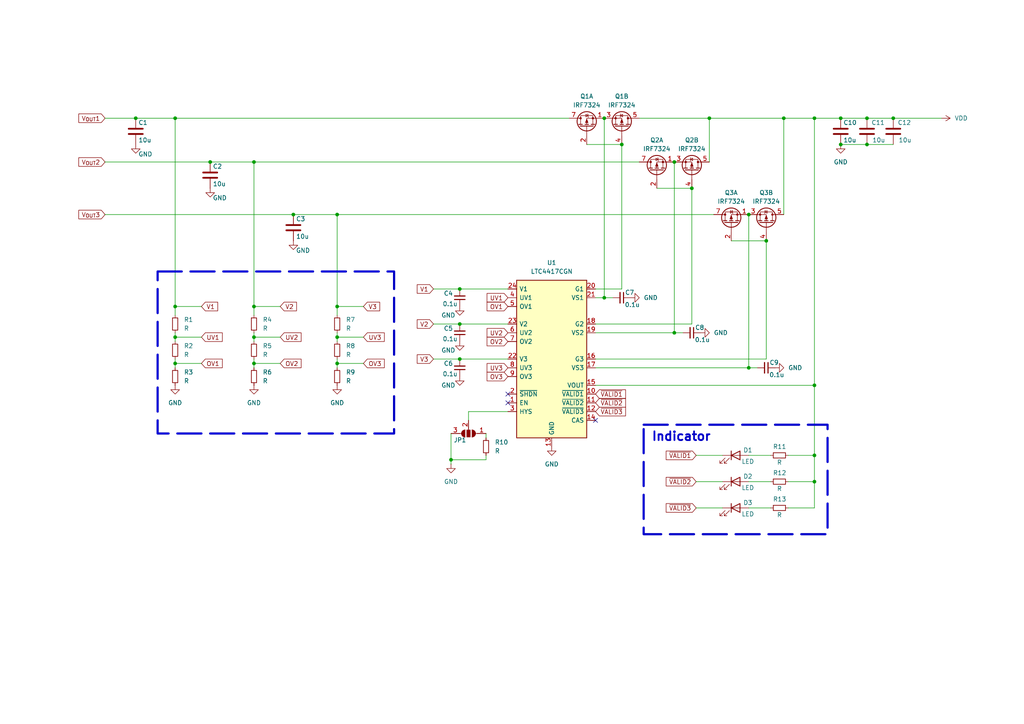
<source format=kicad_sch>
(kicad_sch (version 20231120) (generator "eeschema") (generator_version "8.0")
  (paper "A4")
  (lib_symbols
    (symbol "Device:C" (pin_numbers hide) (pin_names (offset 0.254))
      (property "Reference" "C" (at 0.635 2.54 0))
      (property "Value" "C" (at 0.635 -2.54 0))
      (symbol "C_0_1"
        (polyline (pts (xy -2.032 -0.762) (xy 2.032 -0.762)) (stroke (width 0.508)))
        (polyline (pts (xy -2.032 0.762) (xy 2.032 0.762)) (stroke (width 0.508)))
      )
      (symbol "C_1_1"
        (pin passive line (at 0 3.81 270) (length 2.794) (name "~") (number "1"))
        (pin passive line (at 0 -3.81 90) (length 2.794) (name "~") (number "2"))
      )
    )
    (symbol "Device:C_Small" (pin_numbers hide) (pin_names (offset 0.254) hide)
      (property "Reference" "C" (at 0.254 1.778 0))
      (property "Value" "C_Small" (at 0.254 -2.032 0))
      (symbol "C_Small_0_1"
        (polyline (pts (xy -1.524 -0.508) (xy 1.524 -0.508)) (stroke (width 0.3302)))
        (polyline (pts (xy -1.524 0.508) (xy 1.524 0.508)) (stroke (width 0.3048)))
      )
      (symbol "C_Small_1_1"
        (pin passive line (at 0 2.54 270) (length 2.032) (name "~") (number "1"))
        (pin passive line (at 0 -2.54 90) (length 2.032) (name "~") (number "2"))
      )
    )
    (symbol "Device:LED" (pin_numbers hide) (pin_names (offset 1.016) hide)
      (property "Reference" "D" (at 0 2.54 0))
      (property "Value" "LED" (at 0 -2.54 0))
      (symbol "LED_0_1"
        (polyline (pts (xy -1.27 -1.27) (xy -1.27 1.27)) (stroke (width 0.254)))
        (polyline (pts (xy -1.27 0) (xy 1.27 0)))
        (polyline (pts (xy 1.27 -1.27) (xy 1.27 1.27) (xy -1.27 0) (xy 1.27 -1.27)) (stroke (width 0.254)))
        (polyline (pts (xy -3.048 -0.762) (xy -4.572 -2.286) (xy -3.81 -2.286) (xy -4.572 -2.286) (xy -4.572 -1.524)))
        (polyline (pts (xy -1.778 -0.762) (xy -3.302 -2.286) (xy -2.54 -2.286) (xy -3.302 -2.286) (xy -3.302 -1.524)))
      )
      (symbol "LED_1_1"
        (pin passive line (at -3.81 0 0) (length 2.54) (name "K") (number "1"))
        (pin passive line (at 3.81 0 180) (length 2.54) (name "A") (number "2"))
      )
    )
    (symbol "Device:R_Small" (pin_numbers hide) (pin_names (offset 0.254) hide)
      (property "Reference" "R" (at 0.762 0.508 0))
      (property "Value" "R_Small" (at 0.762 -1.016 0))
      (symbol "R_Small_0_1"
        (rectangle (start -0.762 1.778) (end 0.762 -1.778) (stroke (width 0.2032)))
      )
      (symbol "R_Small_1_1"
        (pin passive line (at 0 2.54 270) (length 0.762) (name "~") (number "1"))
        (pin passive line (at 0 -2.54 90) (length 0.762) (name "~") (number "2"))
      )
    )
    (symbol "Jumper:SolderJumper_3_Open" (pin_names (offset 0) hide)
      (property "Reference" "JP" (at -2.54 -2.54 0))
      (property "Value" "SolderJumper_3_Open" (at 0 2.794 0))
      (symbol "SolderJumper_3_Open_0_1"
        (arc (start -1.016 1.016) (mid -2.0276 0) (end -1.016 -1.016))
        (arc (start -1.016 1.016) (mid -2.0276 0) (end -1.016 -1.016) (fill (type outline)))
        (rectangle (start -0.508 1.016) (end 0.508 -1.016) (fill (type outline)))
        (polyline (pts (xy -2.54 0) (xy -2.032 0)))
        (polyline (pts (xy -1.016 1.016) (xy -1.016 -1.016)))
        (polyline (pts (xy 0 -1.27) (xy 0 -1.016)))
        (polyline (pts (xy 1.016 1.016) (xy 1.016 -1.016)))
        (polyline (pts (xy 2.54 0) (xy 2.032 0)))
        (arc (start 1.016 -1.016) (mid 2.0276 0) (end 1.016 1.016))
        (arc (start 1.016 -1.016) (mid 2.0276 0) (end 1.016 1.016) (fill (type outline)))
      )
      (symbol "SolderJumper_3_Open_1_1"
        (pin passive line (at -5.08 0 0) (length 2.54) (name "A") (number "1"))
        (pin passive line (at 0 -3.81 90) (length 2.54) (name "C") (number "2"))
        (pin passive line (at 5.08 0 180) (length 2.54) (name "B") (number "3"))
      )
    )
    (symbol "Power_Management:LTC4417CGN" (pin_names (offset 0.762))
      (property "Reference" "U" (at 0 26.035 0))
      (property "Value" "LTC4417CGN" (at 0 24.13 0))
      (symbol "LTC4417CGN_0_1"
        (rectangle (start -10.16 22.86) (end 10.16 -22.86) (stroke (width 0.254)) (fill (type background)))
      )
      (symbol "LTC4417CGN_1_1"
        (pin input line (at -12.7 -12.7 0) (length 2.54) (name "EN") (number "1"))
        (pin open_collector line (at 12.7 -10.16 180) (length 2.54) (name "~{VALID1}") (number "10"))
        (pin open_collector line (at 12.7 -12.7 180) (length 2.54) (name "~{VALID2}") (number "11"))
        (pin open_collector line (at 12.7 -15.24 180) (length 2.54) (name "~{VALID3}") (number "12"))
        (pin power_in line (at 0 -25.4 90) (length 2.54) (name "GND") (number "13"))
        (pin output line (at 12.7 -17.78 180) (length 2.54) (name "CAS") (number "14"))
        (pin output line (at 12.7 -7.62 180) (length 2.54) (name "VOUT") (number "15"))
        (pin output line (at 12.7 0 180) (length 2.54) (name "G3") (number "16"))
        (pin output line (at 12.7 -2.54 180) (length 2.54) (name "VS3") (number "17"))
        (pin output line (at 12.7 10.16 180) (length 2.54) (name "G2") (number "18"))
        (pin output line (at 12.7 7.62 180) (length 2.54) (name "VS2") (number "19"))
        (pin input line (at -12.7 -10.16 0) (length 2.54) (name "~{SHDN}") (number "2"))
        (pin output line (at 12.7 20.32 180) (length 2.54) (name "G1") (number "20"))
        (pin output line (at 12.7 17.78 180) (length 2.54) (name "VS1") (number "21"))
        (pin input line (at -12.7 0 0) (length 2.54) (name "V3") (number "22"))
        (pin input line (at -12.7 10.16 0) (length 2.54) (name "V2") (number "23"))
        (pin input line (at -12.7 20.32 0) (length 2.54) (name "V1") (number "24"))
        (pin input line (at -12.7 -15.24 0) (length 2.54) (name "HYS") (number "3"))
        (pin input line (at -12.7 17.78 0) (length 2.54) (name "UV1") (number "4"))
        (pin input line (at -12.7 15.24 0) (length 2.54) (name "OV1") (number "5"))
        (pin input line (at -12.7 7.62 0) (length 2.54) (name "UV2") (number "6"))
        (pin input line (at -12.7 5.08 0) (length 2.54) (name "OV2") (number "7"))
        (pin input line (at -12.7 -2.54 0) (length 2.54) (name "UV3") (number "8"))
        (pin input line (at -12.7 -5.08 0) (length 2.54) (name "OV3") (number "9"))
      )
    )
    (symbol "Transistor_FET:IRF7324" (pin_names hide)
      (property "Reference" "Q" (at 5.08 1.905 0))
      (property "Value" "IRF7324" (at 5.08 0 0))
      (symbol "IRF7324_0_1"
        (polyline (pts (xy 0.254 0) (xy -2.54 0)))
        (polyline (pts (xy 0.254 1.905) (xy 0.254 -1.905)) (stroke (width 0.254)))
        (polyline (pts (xy 0.762 -1.27) (xy 0.762 -2.286)) (stroke (width 0.254)))
        (polyline (pts (xy 0.762 0.508) (xy 0.762 -0.508)) (stroke (width 0.254)))
        (polyline (pts (xy 0.762 2.286) (xy 0.762 1.27)) (stroke (width 0.254)))
        (polyline (pts (xy 2.54 2.54) (xy 2.54 1.778)))
        (polyline (pts (xy 2.54 -2.54) (xy 2.54 0) (xy 0.762 0)))
        (polyline (pts (xy 0.762 1.778) (xy 3.302 1.778) (xy 3.302 -1.778) (xy 0.762 -1.778)))
        (polyline (pts (xy 2.286 0) (xy 1.27 0.381) (xy 1.27 -0.381) (xy 2.286 0)) (fill (type outline)))
        (polyline (pts (xy 2.794 -0.508) (xy 2.921 -0.381) (xy 3.683 -0.381) (xy 3.81 -0.254)))
        (polyline (pts (xy 3.302 -0.381) (xy 2.921 0.254) (xy 3.683 0.254) (xy 3.302 -0.381)))
        (circle (center 1.651 0) (radius 2.794) (stroke (width 0.254)))
        (circle (center 2.54 -1.778) (radius 0.254) (fill (type outline)))
        (circle (center 2.54 1.778) (radius 0.254) (fill (type outline)))
      )
      (symbol "IRF7324_1_1"
        (pin passive line (at 2.54 -5.08 90) (length 2.54) (name "S1") (number "1"))
        (pin input line (at -5.08 0 0) (length 2.54) (name "G1") (number "2"))
        (pin passive line (at 2.54 5.08 270) (length 2.54) (name "D1") (number "7"))
        (pin passive line (at 2.54 5.08 270) (length 2.54) hide (name "D1") (number "8"))
      )
      (symbol "IRF7324_2_1"
        (pin passive line (at 2.54 -5.08 90) (length 2.54) (name "S2") (number "3"))
        (pin input line (at -5.08 0 0) (length 2.54) (name "G2") (number "4"))
        (pin passive line (at 2.54 5.08 270) (length 2.54) (name "D2") (number "5"))
        (pin passive line (at 2.54 5.08 270) (length 2.54) hide (name "D2") (number "6"))
      )
    )
    (symbol "power:GND" (power) (pin_numbers hide) (pin_names (offset 0) hide)
      (property "Value" "GND" (at 0 -3.81 0))
      (symbol "GND_0_1"
        (polyline (pts (xy 0 0) (xy 0 -1.27) (xy 1.27 -1.27) (xy 0 -2.54) (xy -1.27 -1.27) (xy 0 -1.27)))
      )
      (symbol "GND_1_1"
        (pin power_in line (at 0 0 270) (length 0) (name "~") (number "1"))
      )
    )
    (symbol "power:VDD" (power) (pin_numbers hide) (pin_names (offset 0) hide)
      (property "Value" "VDD" (at 0 3.556 0))
      (symbol "VDD_0_1"
        (polyline (pts (xy -0.762 1.27) (xy 0 2.54)))
        (polyline (pts (xy 0 0) (xy 0 2.54)))
        (polyline (pts (xy 0 2.54) (xy 0.762 1.27)))
      )
      (symbol "VDD_1_1"
        (pin power_in line (at 0 0 90) (length 0) (name "~") (number "1"))
      )
    )
  )
  (junction (at 243.84 41.91))
  (junction (at 251.46 41.91))
  (junction (at 180.34 41.91))
  (junction (at 236.22 139.7))
  (junction (at 39.37 34.29))
  (junction (at 50.8 88.9))
  (junction (at 130.81 133.35))
  (junction (at 175.26 86.36))
  (junction (at 236.22 34.29))
  (junction (at 251.46 34.29))
  (junction (at 97.79 62.23))
  (junction (at 243.84 34.29))
  (junction (at 222.25 69.85))
  (junction (at 60.96 46.99))
  (junction (at 227.33 34.29))
  (junction (at 50.8 97.79))
  (junction (at 97.79 97.79))
  (junction (at 85.09 62.23))
  (junction (at 50.8 105.41))
  (junction (at 73.66 46.99))
  (junction (at 205.74 34.29))
  (junction (at 195.58 96.52))
  (junction (at 133.35 83.82))
  (junction (at 236.22 132.08))
  (junction (at 195.58 46.99))
  (junction (at 133.35 93.98))
  (junction (at 133.35 104.14))
  (junction (at 200.66 54.61))
  (junction (at 73.66 97.79))
  (junction (at 236.22 111.76))
  (junction (at 217.17 62.23))
  (junction (at 73.66 88.9))
  (junction (at 259.08 34.29))
  (junction (at 175.26 34.29))
  (junction (at 73.66 105.41))
  (junction (at 97.79 105.41))
  (junction (at 50.8 34.29))
  (junction (at 97.79 88.9))
  (junction (at 217.17 106.68))
  (no_connect (at 147.32 114.3))
  (no_connect (at 147.32 116.84))
  (no_connect (at 172.72 121.92))
  (wire (pts (xy 50.8 97.79) (xy 50.8 99.06)))
  (wire (pts (xy 133.35 104.14) (xy 147.32 104.14)))
  (wire (pts (xy 172.72 106.68) (xy 217.17 106.68)))
  (wire (pts (xy 185.42 34.29) (xy 205.74 34.29)))
  (wire (pts (xy 58.42 105.41) (xy 50.8 105.41)))
  (wire (pts (xy 172.72 104.14) (xy 222.25 104.14)))
  (wire (pts (xy 97.79 62.23) (xy 207.01 62.23)))
  (wire (pts (xy 227.33 34.29) (xy 236.22 34.29)))
  (wire (pts (xy 97.79 96.52) (xy 97.79 97.79)))
  (wire (pts (xy 200.66 54.61) (xy 200.66 93.98)))
  (wire (pts (xy 50.8 34.29) (xy 50.8 88.9)))
  (wire (pts (xy 217.17 132.08) (xy 223.52 132.08)))
  (wire (pts (xy 50.8 88.9) (xy 50.8 91.44)))
  (wire (pts (xy 97.79 62.23) (xy 97.79 88.9)))
  (wire (pts (xy 125.73 83.82) (xy 133.35 83.82)))
  (wire (pts (xy 217.17 106.68) (xy 217.17 62.23)))
  (wire (pts (xy 73.66 105.41) (xy 73.66 106.68)))
  (wire (pts (xy 172.72 83.82) (xy 180.34 83.82)))
  (wire (pts (xy 198.12 96.52) (xy 195.58 96.52)))
  (wire (pts (xy 170.18 41.91) (xy 180.34 41.91)))
  (wire (pts (xy 222.25 104.14) (xy 222.25 69.85)))
  (wire (pts (xy 81.28 97.79) (xy 73.66 97.79)))
  (wire (pts (xy 30.48 62.23) (xy 85.09 62.23)))
  (wire (pts (xy 105.41 105.41) (xy 97.79 105.41)))
  (wire (pts (xy 73.66 46.99) (xy 185.42 46.99)))
  (wire (pts (xy 135.89 119.38) (xy 135.89 121.92)))
  (wire (pts (xy 172.72 96.52) (xy 195.58 96.52)))
  (wire (pts (xy 205.74 34.29) (xy 227.33 34.29)))
  (wire (pts (xy 177.8 86.36) (xy 175.26 86.36)))
  (wire (pts (xy 227.33 62.23) (xy 227.33 34.29)))
  (wire (pts (xy 50.8 34.29) (xy 165.1 34.29)))
  (wire (pts (xy 195.58 46.99) (xy 195.58 96.52)))
  (wire (pts (xy 217.17 139.7) (xy 223.52 139.7)))
  (wire (pts (xy 85.09 62.23) (xy 97.79 62.23)))
  (wire (pts (xy 39.37 34.29) (xy 50.8 34.29)))
  (wire (pts (xy 201.93 139.7) (xy 209.55 139.7)))
  (wire (pts (xy 125.73 93.98) (xy 133.35 93.98)))
  (wire (pts (xy 130.81 133.35) (xy 140.97 133.35)))
  (wire (pts (xy 140.97 133.35) (xy 140.97 132.08)))
  (wire (pts (xy 201.93 147.32) (xy 209.55 147.32)))
  (wire (pts (xy 201.93 132.08) (xy 209.55 132.08)))
  (wire (pts (xy 73.66 46.99) (xy 73.66 88.9)))
  (wire (pts (xy 105.41 97.79) (xy 97.79 97.79)))
  (wire (pts (xy 219.71 106.68) (xy 217.17 106.68)))
  (wire (pts (xy 190.5 54.61) (xy 200.66 54.61)))
  (wire (pts (xy 97.79 97.79) (xy 97.79 99.06)))
  (wire (pts (xy 97.79 104.14) (xy 97.79 105.41)))
  (wire (pts (xy 236.22 132.08) (xy 236.22 139.7)))
  (wire (pts (xy 133.35 93.98) (xy 147.32 93.98)))
  (wire (pts (xy 50.8 104.14) (xy 50.8 105.41)))
  (wire (pts (xy 50.8 105.41) (xy 50.8 106.68)))
  (wire (pts (xy 259.08 34.29) (xy 273.05 34.29)))
  (wire (pts (xy 172.72 93.98) (xy 200.66 93.98)))
  (wire (pts (xy 58.42 97.79) (xy 50.8 97.79)))
  (wire (pts (xy 130.81 133.35) (xy 130.81 134.62)))
  (wire (pts (xy 212.09 69.85) (xy 222.25 69.85)))
  (wire (pts (xy 81.28 105.41) (xy 73.66 105.41)))
  (wire (pts (xy 172.72 111.76) (xy 236.22 111.76)))
  (wire (pts (xy 73.66 97.79) (xy 73.66 99.06)))
  (wire (pts (xy 133.35 83.82) (xy 147.32 83.82)))
  (wire (pts (xy 228.6 139.7) (xy 236.22 139.7)))
  (wire (pts (xy 97.79 88.9) (xy 97.79 91.44)))
  (wire (pts (xy 73.66 88.9) (xy 73.66 91.44)))
  (wire (pts (xy 50.8 96.52) (xy 50.8 97.79)))
  (wire (pts (xy 105.41 88.9) (xy 97.79 88.9)))
  (wire (pts (xy 97.79 105.41) (xy 97.79 106.68)))
  (wire (pts (xy 58.42 88.9) (xy 50.8 88.9)))
  (wire (pts (xy 30.48 34.29) (xy 39.37 34.29)))
  (wire (pts (xy 236.22 139.7) (xy 236.22 147.32)))
  (wire (pts (xy 135.89 119.38) (xy 147.32 119.38)))
  (wire (pts (xy 236.22 34.29) (xy 243.84 34.29)))
  (wire (pts (xy 228.6 132.08) (xy 236.22 132.08)))
  (wire (pts (xy 228.6 147.32) (xy 236.22 147.32)))
  (wire (pts (xy 236.22 132.08) (xy 236.22 111.76)))
  (wire (pts (xy 205.74 46.99) (xy 205.74 34.29)))
  (wire (pts (xy 175.26 34.29) (xy 175.26 86.36)))
  (wire (pts (xy 73.66 96.52) (xy 73.66 97.79)))
  (wire (pts (xy 60.96 46.99) (xy 73.66 46.99)))
  (wire (pts (xy 140.97 127) (xy 140.97 125.73)))
  (wire (pts (xy 243.84 41.91) (xy 251.46 41.91)))
  (wire (pts (xy 251.46 34.29) (xy 259.08 34.29)))
  (wire (pts (xy 130.81 125.73) (xy 130.81 133.35)))
  (wire (pts (xy 180.34 41.91) (xy 180.34 83.82)))
  (wire (pts (xy 217.17 147.32) (xy 223.52 147.32)))
  (wire (pts (xy 236.22 111.76) (xy 236.22 34.29)))
  (wire (pts (xy 125.73 104.14) (xy 133.35 104.14)))
  (wire (pts (xy 73.66 104.14) (xy 73.66 105.41)))
  (wire (pts (xy 251.46 41.91) (xy 259.08 41.91)))
  (wire (pts (xy 30.48 46.99) (xy 60.96 46.99)))
  (wire (pts (xy 175.26 86.36) (xy 172.72 86.36)))
  (wire (pts (xy 243.84 34.29) (xy 251.46 34.29)))
  (wire (pts (xy 81.28 88.9) (xy 73.66 88.9)))
  (rectangle (start 45.72 78.74) (end 114.3 125.73) (stroke (width 0.635) (type dash)))
  (rectangle (start 186.69 123.19) (end 240.03 154.94) (stroke (width 0.635) (type dash)))
  (text "Indicator" (at 197.612 126.746 0) (effects (font (size 2.54 2.54) (thickness 0.508) (bold yes))))
  (global_label "OV3" (shape input) (at 147.32 109.22 180) (property "Intersheetrefs" "${INTERSHEET_REFS}" (effects (hide yes))))
  (global_label "V2" (shape input) (at 125.73 93.98 180) (property "Intersheetrefs" "${INTERSHEET_REFS}" (effects (hide yes))))
  (global_label "V_{OUT}2" (shape input) (at 30.48 46.99 180) (property "Intersheetrefs" "${INTERSHEET_REFS}" (effects (hide yes))))
  (global_label "OV3" (shape input) (at 105.41 105.41 0) (property "Intersheetrefs" "${INTERSHEET_REFS}" (effects (hide yes))))
  (global_label "UV3" (shape input) (at 147.32 106.68 180) (property "Intersheetrefs" "${INTERSHEET_REFS}" (effects (hide yes))))
  (global_label "V1" (shape input) (at 125.73 83.82 180) (property "Intersheetrefs" "${INTERSHEET_REFS}" (effects (hide yes))))
  (global_label "OV1" (shape input) (at 58.42 105.41 0) (property "Intersheetrefs" "${INTERSHEET_REFS}" (effects (hide yes))))
  (global_label "OV2" (shape input) (at 81.28 105.41 0) (property "Intersheetrefs" "${INTERSHEET_REFS}" (effects (hide yes))))
  (global_label "V2" (shape input) (at 81.28 88.9 0) (property "Intersheetrefs" "${INTERSHEET_REFS}" (effects (hide yes))))
  (global_label "~{VALID3}" (shape input) (at 172.72 119.38 0) (property "Intersheetrefs" "${INTERSHEET_REFS}" (effects (hide yes))))
  (global_label "~{VALID3}" (shape input) (at 201.93 147.32 180) (property "Intersheetrefs" "${INTERSHEET_REFS}" (effects (hide yes))))
  (global_label "UV1" (shape input) (at 58.42 97.79 0) (property "Intersheetrefs" "${INTERSHEET_REFS}" (effects (hide yes))))
  (global_label "V1" (shape input) (at 58.42 88.9 0) (property "Intersheetrefs" "${INTERSHEET_REFS}" (effects (hide yes))))
  (global_label "UV1" (shape input) (at 147.32 86.36 180) (property "Intersheetrefs" "${INTERSHEET_REFS}" (effects (hide yes))))
  (global_label "OV2" (shape input) (at 147.32 99.06 180) (property "Intersheetrefs" "${INTERSHEET_REFS}" (effects (hide yes))))
  (global_label "~{VALID2}" (shape input) (at 201.93 139.7 180) (property "Intersheetrefs" "${INTERSHEET_REFS}" (effects (hide yes))))
  (global_label "~{VALID1}" (shape input) (at 172.72 114.3 0) (property "Intersheetrefs" "${INTERSHEET_REFS}" (effects (hide yes))))
  (global_label "V_{OUT}1" (shape input) (at 30.48 34.29 180) (property "Intersheetrefs" "${INTERSHEET_REFS}" (effects (hide yes))))
  (global_label "UV2" (shape input) (at 147.32 96.52 180) (property "Intersheetrefs" "${INTERSHEET_REFS}" (effects (hide yes))))
  (global_label "UV2" (shape input) (at 81.28 97.79 0) (property "Intersheetrefs" "${INTERSHEET_REFS}" (effects (hide yes))))
  (global_label "V3" (shape input) (at 105.41 88.9 0) (property "Intersheetrefs" "${INTERSHEET_REFS}" (effects (hide yes))))
  (global_label "V3" (shape input) (at 125.73 104.14 180) (property "Intersheetrefs" "${INTERSHEET_REFS}" (effects (hide yes))))
  (global_label "~{VALID2}" (shape input) (at 172.72 116.84 0) (property "Intersheetrefs" "${INTERSHEET_REFS}" (effects (hide yes))))
  (global_label "~{VALID1}" (shape input) (at 201.93 132.08 180) (property "Intersheetrefs" "${INTERSHEET_REFS}" (effects (hide yes))))
  (global_label "OV1" (shape input) (at 147.32 88.9 180) (property "Intersheetrefs" "${INTERSHEET_REFS}" (effects (hide yes))))
  (global_label "V_{OUT}3" (shape input) (at 30.48 62.23 180) (property "Intersheetrefs" "${INTERSHEET_REFS}" (effects (hide yes))))
  (global_label "UV3" (shape input) (at 105.41 97.79 0) (property "Intersheetrefs" "${INTERSHEET_REFS}" (effects (hide yes))))
  (symbol (lib_id "power:GND") (at 224.79 106.68 90) (unit 1)
    (property "Reference" "#PWR014" (effects (hide yes)))
    (property "Value" "GND" (at 228.6 106.6799 90) (effects (justify right)))
    (property "Description" "Power symbol creates a global label with name \"GND\" , ground" (effects (hide yes)))
  )
  (symbol (lib_id "power:GND") (at 160.02 129.54 0) (unit 1)
    (property "Reference" "#PWR011" (effects (hide yes)))
    (property "Value" "GND" (at 160.02 134.62 0))
    (property "Description" "Power symbol creates a global label with name \"GND\" , ground" (effects (hide yes)))
  )
  (symbol (lib_id "Device:C") (at 60.96 50.8 0) (unit 1)
    (property "Reference" "C2" (at 61.722 48.26 0) (effects (justify left)))
    (property "Value" "10u" (at 61.722 53.34 0) (effects (justify left)))
    (property "Footprint" "Capacitor_SMD:C_0805_2012Metric_Pad1.18x1.45mm_HandSolder" (effects (hide yes)))
    (property "Description" "Unpolarized capacitor" (effects (hide yes)))
  )
  (symbol (lib_id "Transistor_FET:IRF7324") (at 212.09 64.77 90) (unit 1)
    (property "Reference" "Q3" (at 212.09 55.88 90))
    (property "Value" "IRF7324" (at 212.09 58.42 90))
    (property "Footprint" "Package_SO:SOIC-8_3.9x4.9mm_P1.27mm" (effects (hide yes)))
    (property "Datasheet" "http://www.infineon.com/dgdl/irf7324pbf.pdf?fileId=5546d462533600a4015355f5f0861b4b" (effects (hide yes)))
    (property "Description" "-9A Id, -20V Vds, Dual HEXFET P-Channel MOSFET, SO-8" (effects (hide yes)))
  )
  (symbol (lib_id "Transistor_FET:IRF7324") (at 190.5 49.53 90) (unit 1)
    (property "Reference" "Q2" (at 190.5 40.64 90))
    (property "Value" "IRF7324" (at 190.5 43.18 90))
    (property "Footprint" "Package_SO:SOIC-8_3.9x4.9mm_P1.27mm" (effects (hide yes)))
    (property "Datasheet" "http://www.infineon.com/dgdl/irf7324pbf.pdf?fileId=5546d462533600a4015355f5f0861b4b" (effects (hide yes)))
    (property "Description" "-9A Id, -20V Vds, Dual HEXFET P-Channel MOSFET, SO-8" (effects (hide yes)))
  )
  (symbol (lib_id "Device:LED") (at 213.36 147.32 0) (unit 1)
    (property "Reference" "D3" (at 216.916 145.796 0))
    (property "Value" "LED" (at 216.916 149.098 0))
    (property "Footprint" "LED_SMD:LED_0603_1608Metric_Pad1.05x0.95mm_HandSolder" (effects (hide yes)))
    (property "Description" "Light emitting diode" (effects (hide yes)))
  )
  (symbol (lib_id "Device:R_Small") (at 73.66 101.6 0) (unit 1)
    (property "Reference" "R5" (at 76.2 100.3299 0) (effects (justify left)))
    (property "Value" "R" (at 76.2 102.8699 0) (effects (justify left)))
    (property "Footprint" "Resistor_SMD:R_0603_1608Metric_Pad0.98x0.95mm_HandSolder" (effects (hide yes)))
    (property "Description" "Resistor, small symbol" (effects (hide yes)))
  )
  (symbol (lib_id "Device:C") (at 251.46 38.1 0) (unit 1)
    (property "Reference" "C11" (at 252.73 35.56 0) (effects (justify left)))
    (property "Value" "10u" (at 252.984 40.64 0) (effects (justify left)))
    (property "Footprint" "Capacitor_SMD:C_0805_2012Metric_Pad1.18x1.45mm_HandSolder" (effects (hide yes)))
    (property "Description" "Unpolarized capacitor" (effects (hide yes)))
  )
  (symbol (lib_id "power:GND") (at 130.81 134.62 0) (unit 1)
    (property "Reference" "#PWR07" (effects (hide yes)))
    (property "Value" "GND" (at 130.81 139.7 0))
    (property "Description" "Power symbol creates a global label with name \"GND\" , ground" (effects (hide yes)))
  )
  (symbol (lib_id "power:GND") (at 85.09 69.85 0) (unit 1)
    (property "Reference" "#PWR05" (effects (hide yes)))
    (property "Value" "GND" (at 87.884 72.644 0))
    (property "Description" "Power symbol creates a global label with name \"GND\" , ground" (effects (hide yes)))
  )
  (symbol (lib_id "Device:C") (at 259.08 38.1 0) (unit 1)
    (property "Reference" "C12" (at 260.35 35.56 0) (effects (justify left)))
    (property "Value" "10u" (at 260.604 40.64 0) (effects (justify left)))
    (property "Footprint" "Capacitor_SMD:C_0805_2012Metric_Pad1.18x1.45mm_HandSolder" (effects (hide yes)))
    (property "Description" "Unpolarized capacitor" (effects (hide yes)))
  )
  (symbol (lib_id "Device:C") (at 39.37 38.1 0) (unit 1)
    (property "Reference" "C1" (at 40.132 35.56 0) (effects (justify left)))
    (property "Value" "10u" (at 40.132 40.64 0) (effects (justify left)))
    (property "Footprint" "Capacitor_SMD:C_0805_2012Metric_Pad1.18x1.45mm_HandSolder" (effects (hide yes)))
    (property "Description" "Unpolarized capacitor" (effects (hide yes)))
  )
  (symbol (lib_id "Device:C") (at 243.84 38.1 0) (unit 1)
    (property "Reference" "C10" (at 244.602 35.56 0) (effects (justify left)))
    (property "Value" "10u" (at 244.602 40.64 0) (effects (justify left)))
    (property "Footprint" "Capacitor_SMD:C_0805_2012Metric_Pad1.18x1.45mm_HandSolder" (effects (hide yes)))
    (property "Description" "Unpolarized capacitor" (effects (hide yes)))
  )
  (symbol (lib_id "Device:C") (at 85.09 66.04 0) (unit 1)
    (property "Reference" "C3" (at 85.852 63.5 0) (effects (justify left)))
    (property "Value" "10u" (at 85.852 68.58 0) (effects (justify left)))
    (property "Footprint" "Capacitor_SMD:C_0805_2012Metric_Pad1.18x1.45mm_HandSolder" (effects (hide yes)))
    (property "Description" "Unpolarized capacitor" (effects (hide yes)))
  )
  (symbol (lib_id "Device:R_Small") (at 226.06 147.32 90) (unit 1)
    (property "Reference" "R13" (at 228.092 144.78 90) (effects (justify left)))
    (property "Value" "R" (at 226.822 149.352 90) (effects (justify left)))
    (property "Footprint" "Resistor_SMD:R_0603_1608Metric_Pad0.98x0.95mm_HandSolder" (effects (hide yes)))
    (property "Description" "Resistor, small symbol" (effects (hide yes)))
  )
  (symbol (lib_id "power:GND") (at 97.79 111.76 0) (unit 1)
    (property "Reference" "#PWR06" (effects (hide yes)))
    (property "Value" "GND" (at 97.79 116.84 0))
    (property "Description" "Power symbol creates a global label with name \"GND\" , ground" (effects (hide yes)))
  )
  (symbol (lib_id "Device:C_Small") (at 222.25 106.68 270) (unit 1)
    (property "Reference" "C9" (at 224.536 105.156 90))
    (property "Value" "0.1u" (at 225.298 108.712 90))
    (property "Footprint" "Capacitor_SMD:C_0603_1608Metric_Pad1.08x0.95mm_HandSolder" (effects (hide yes)))
    (property "Description" "Unpolarized capacitor, small symbol" (effects (hide yes)))
  )
  (symbol (lib_id "Jumper:SolderJumper_3_Open") (at 135.89 125.73 180) (unit 1)
    (property "Reference" "JP1" (at 135.255 127.635 0) (effects (justify left)))
    (property "Value" "R_HYS" (effects (hide yes)))
    (property "Footprint" "Jumper:SolderJumper-3_P1.3mm_Open_RoundedPad1.0x1.5mm_NumberLabels" (effects (hide yes)))
  )
  (symbol (lib_id "Device:R_Small") (at 97.79 109.22 0) (unit 1)
    (property "Reference" "R9" (at 100.33 107.9499 0) (effects (justify left)))
    (property "Value" "R" (at 100.33 110.4899 0) (effects (justify left)))
    (property "Footprint" "Resistor_SMD:R_0603_1608Metric_Pad0.98x0.95mm_HandSolder" (effects (hide yes)))
    (property "Description" "Resistor, small symbol" (effects (hide yes)))
  )
  (symbol (lib_id "power:GND") (at 60.96 54.61 0) (unit 1)
    (property "Reference" "#PWR03" (effects (hide yes)))
    (property "Value" "GND" (at 63.754 57.404 0))
    (property "Description" "Power symbol creates a global label with name \"GND\" , ground" (effects (hide yes)))
  )
  (symbol (lib_id "Device:R_Small") (at 50.8 101.6 0) (unit 1)
    (property "Reference" "R2" (at 53.34 100.3299 0) (effects (justify left)))
    (property "Value" "R" (at 53.34 102.8699 0) (effects (justify left)))
    (property "Footprint" "Resistor_SMD:R_0603_1608Metric_Pad0.98x0.95mm_HandSolder" (effects (hide yes)))
    (property "Description" "Resistor, small symbol" (effects (hide yes)))
  )
  (symbol (lib_id "Transistor_FET:IRF7324") (at 222.25 64.77 270) (mirror x) (unit 2)
    (property "Reference" "Q3" (at 222.25 55.88 90))
    (property "Value" "IRF7324" (at 222.25 58.42 90))
    (property "Footprint" "Package_SO:SOIC-8_3.9x4.9mm_P1.27mm" (effects (hide yes)))
    (property "Datasheet" "http://www.infineon.com/dgdl/irf7324pbf.pdf?fileId=5546d462533600a4015355f5f0861b4b" (effects (hide yes)))
    (property "Description" "-9A Id, -20V Vds, Dual HEXFET P-Channel MOSFET, SO-8" (effects (hide yes)))
  )
  (symbol (lib_id "power:GND") (at 73.66 111.76 0) (unit 1)
    (property "Reference" "#PWR04" (effects (hide yes)))
    (property "Value" "GND" (at 73.66 116.84 0))
    (property "Description" "Power symbol creates a global label with name \"GND\" , ground" (effects (hide yes)))
  )
  (symbol (lib_id "Device:R_Small") (at 226.06 132.08 90) (unit 1)
    (property "Reference" "R11" (at 228.092 129.54 90) (effects (justify left)))
    (property "Value" "R" (at 226.822 134.112 90) (effects (justify left)))
    (property "Footprint" "Resistor_SMD:R_0603_1608Metric_Pad0.98x0.95mm_HandSolder" (effects (hide yes)))
    (property "Description" "Resistor, small symbol" (effects (hide yes)))
  )
  (symbol (lib_id "Transistor_FET:IRF7324") (at 170.18 36.83 90) (unit 1)
    (property "Reference" "Q1" (at 170.18 27.94 90))
    (property "Value" "IRF7324" (at 170.18 30.48 90))
    (property "Footprint" "Package_SO:SOIC-8_3.9x4.9mm_P1.27mm" (effects (hide yes)))
    (property "Datasheet" "http://www.infineon.com/dgdl/irf7324pbf.pdf?fileId=5546d462533600a4015355f5f0861b4b" (effects (hide yes)))
    (property "Description" "-9A Id, -20V Vds, Dual HEXFET P-Channel MOSFET, SO-8" (effects (hide yes)))
  )
  (symbol (lib_id "Device:C_Small") (at 200.66 96.52 270) (unit 1)
    (property "Reference" "C8" (at 202.946 94.996 90))
    (property "Value" "0.1u" (at 203.708 98.552 90))
    (property "Footprint" "Capacitor_SMD:C_0603_1608Metric_Pad1.08x0.95mm_HandSolder" (effects (hide yes)))
    (property "Description" "Unpolarized capacitor, small symbol" (effects (hide yes)))
  )
  (symbol (lib_id "Device:R_Small") (at 97.79 93.98 0) (unit 1)
    (property "Reference" "R7" (at 100.33 92.7099 0) (effects (justify left)))
    (property "Value" "R" (at 100.33 95.2499 0) (effects (justify left)))
    (property "Footprint" "Resistor_SMD:R_0603_1608Metric_Pad0.98x0.95mm_HandSolder" (effects (hide yes)))
    (property "Description" "Resistor, small symbol" (effects (hide yes)))
  )
  (symbol (lib_id "power:GND") (at 133.35 99.06 0) (unit 1)
    (property "Reference" "#PWR09" (effects (hide yes)))
    (property "Value" "GND" (at 132.08 101.6 0) (effects (justify right)))
    (property "Description" "Power symbol creates a global label with name \"GND\" , ground" (effects (hide yes)))
  )
  (symbol (lib_id "Device:C_Small") (at 133.35 86.36 180) (unit 1)
    (property "Reference" "C4" (at 130.048 85.09 0))
    (property "Value" "0.1u" (at 130.556 88.138 0))
    (property "Footprint" "Capacitor_SMD:C_0603_1608Metric_Pad1.08x0.95mm_HandSolder" (effects (hide yes)))
    (property "Description" "Unpolarized capacitor, small symbol" (effects (hide yes)))
  )
  (symbol (lib_id "Device:R_Small") (at 50.8 93.98 0) (unit 1)
    (property "Reference" "R1" (at 53.34 92.7099 0) (effects (justify left)))
    (property "Value" "R" (at 53.34 95.2499 0) (effects (justify left)))
    (property "Footprint" "Resistor_SMD:R_0603_1608Metric_Pad0.98x0.95mm_HandSolder" (effects (hide yes)))
    (property "Description" "Resistor, small symbol" (effects (hide yes)))
  )
  (symbol (lib_id "power:GND") (at 50.8 111.76 0) (unit 1)
    (property "Reference" "#PWR02" (effects (hide yes)))
    (property "Value" "GND" (at 50.8 116.84 0))
    (property "Description" "Power symbol creates a global label with name \"GND\" , ground" (effects (hide yes)))
  )
  (symbol (lib_id "Device:R_Small") (at 97.79 101.6 0) (unit 1)
    (property "Reference" "R8" (at 100.33 100.3299 0) (effects (justify left)))
    (property "Value" "R" (at 100.33 102.8699 0) (effects (justify left)))
    (property "Footprint" "Resistor_SMD:R_0603_1608Metric_Pad0.98x0.95mm_HandSolder" (effects (hide yes)))
    (property "Description" "Resistor, small symbol" (effects (hide yes)))
  )
  (symbol (lib_id "Device:C_Small") (at 180.34 86.36 270) (unit 1)
    (property "Reference" "C7" (at 182.626 84.836 90))
    (property "Value" "0.1u" (at 183.388 88.392 90))
    (property "Footprint" "Capacitor_SMD:C_0603_1608Metric_Pad1.08x0.95mm_HandSolder" (effects (hide yes)))
    (property "Description" "Unpolarized capacitor, small symbol" (effects (hide yes)))
  )
  (symbol (lib_id "Transistor_FET:IRF7324") (at 180.34 36.83 270) (mirror x) (unit 2)
    (property "Reference" "Q1" (at 180.34 27.94 90))
    (property "Value" "IRF7324" (at 180.34 30.48 90))
    (property "Footprint" "Package_SO:SOIC-8_3.9x4.9mm_P1.27mm" (effects (hide yes)))
    (property "Datasheet" "http://www.infineon.com/dgdl/irf7324pbf.pdf?fileId=5546d462533600a4015355f5f0861b4b" (effects (hide yes)))
    (property "Description" "-9A Id, -20V Vds, Dual HEXFET P-Channel MOSFET, SO-8" (effects (hide yes)))
  )
  (symbol (lib_id "Device:R_Small") (at 50.8 109.22 0) (unit 1)
    (property "Reference" "R3" (at 53.34 107.9499 0) (effects (justify left)))
    (property "Value" "R" (at 53.34 110.4899 0) (effects (justify left)))
    (property "Footprint" "Resistor_SMD:R_0603_1608Metric_Pad0.98x0.95mm_HandSolder" (effects (hide yes)))
    (property "Description" "Resistor, small symbol" (effects (hide yes)))
  )
  (symbol (lib_id "Device:R_Small") (at 140.97 129.54 0) (unit 1)
    (property "Reference" "R10" (at 143.51 128.2699 0) (effects (justify left)))
    (property "Value" "R" (at 143.51 130.8099 0) (effects (justify left)))
    (property "Footprint" "Resistor_SMD:R_0603_1608Metric_Pad0.98x0.95mm_HandSolder" (effects (hide yes)))
    (property "Description" "Resistor, small symbol" (effects (hide yes)))
  )
  (symbol (lib_id "power:VDD") (at 273.05 34.29 270) (unit 1)
    (property "Reference" "#PWR016" (effects (hide yes)))
    (property "Value" "VDD" (at 276.86 34.2899 90) (effects (justify left)))
    (property "Description" "Power symbol creates a global label with name \"VDD\"" (effects (hide yes)))
  )
  (symbol (lib_id "power:GND") (at 243.84 41.91 0) (unit 1)
    (property "Reference" "#PWR015" (effects (hide yes)))
    (property "Value" "GND" (at 243.84 46.99 0))
    (property "Description" "Power symbol creates a global label with name \"GND\" , ground" (effects (hide yes)))
  )
  (symbol (lib_id "Device:R_Small") (at 226.06 139.7 90) (unit 1)
    (property "Reference" "R12" (at 228.092 137.16 90) (effects (justify left)))
    (property "Value" "R" (at 226.822 141.732 90) (effects (justify left)))
    (property "Footprint" "Resistor_SMD:R_0603_1608Metric_Pad0.98x0.95mm_HandSolder" (effects (hide yes)))
    (property "Description" "Resistor, small symbol" (effects (hide yes)))
  )
  (symbol (lib_id "Power_Management:LTC4417CGN") (at 160.02 104.14 0) (unit 1)
    (property "Reference" "U1" (at 160.02 76.2 0))
    (property "Value" "LTC4417CGN" (at 160.02 78.74 0))
    (property "Footprint" "Package_SO:SSOP-24_3.9x8.7mm_P0.635mm" (effects (hide yes)))
    (property "Datasheet" "https://www.analog.com/media/en/technical-documentation/data-sheets/4417f.pdf" (effects (hide yes)))
    (property "Description" "Prioritized PowerPath Controller, Selects Highest Priority Supply from Three Inputs, SSOP" (effects (hide yes)))
  )
  (symbol (lib_id "power:GND") (at 182.88 86.36 90) (unit 1)
    (property "Reference" "#PWR012" (effects (hide yes)))
    (property "Value" "GND" (at 186.69 86.3599 90) (effects (justify right)))
    (property "Description" "Power symbol creates a global label with name \"GND\" , ground" (effects (hide yes)))
  )
  (symbol (lib_id "Device:LED") (at 213.36 139.7 0) (unit 1)
    (property "Reference" "D2" (at 216.916 138.176 0))
    (property "Value" "LED" (at 216.916 141.478 0))
    (property "Footprint" "LED_SMD:LED_0603_1608Metric_Pad1.05x0.95mm_HandSolder" (effects (hide yes)))
    (property "Description" "Light emitting diode" (effects (hide yes)))
  )
  (symbol (lib_id "Device:LED") (at 213.36 132.08 0) (unit 1)
    (property "Reference" "D1" (at 216.916 130.556 0))
    (property "Value" "LED" (at 216.916 133.858 0))
    (property "Footprint" "LED_SMD:LED_0603_1608Metric_Pad1.05x0.95mm_HandSolder" (effects (hide yes)))
    (property "Description" "Light emitting diode" (effects (hide yes)))
  )
  (symbol (lib_id "power:GND") (at 203.2 96.52 90) (unit 1)
    (property "Reference" "#PWR013" (effects (hide yes)))
    (property "Value" "GND" (at 207.01 96.5199 90) (effects (justify right)))
    (property "Description" "Power symbol creates a global label with name \"GND\" , ground" (effects (hide yes)))
  )
  (symbol (lib_id "power:GND") (at 133.35 109.22 0) (unit 1)
    (property "Reference" "#PWR010" (effects (hide yes)))
    (property "Value" "GND" (at 132.08 111.76 0) (effects (justify right)))
    (property "Description" "Power symbol creates a global label with name \"GND\" , ground" (effects (hide yes)))
  )
  (symbol (lib_id "Transistor_FET:IRF7324") (at 200.66 49.53 270) (mirror x) (unit 2)
    (property "Reference" "Q2" (at 200.66 40.64 90))
    (property "Value" "IRF7324" (at 200.66 43.18 90))
    (property "Footprint" "Package_SO:SOIC-8_3.9x4.9mm_P1.27mm" (effects (hide yes)))
    (property "Datasheet" "http://www.infineon.com/dgdl/irf7324pbf.pdf?fileId=5546d462533600a4015355f5f0861b4b" (effects (hide yes)))
    (property "Description" "-9A Id, -20V Vds, Dual HEXFET P-Channel MOSFET, SO-8" (effects (hide yes)))
  )
  (symbol (lib_id "power:GND") (at 39.37 41.91 0) (unit 1)
    (property "Reference" "#PWR01" (effects (hide yes)))
    (property "Value" "GND" (at 42.164 44.704 0))
    (property "Description" "Power symbol creates a global label with name \"GND\" , ground" (effects (hide yes)))
  )
  (symbol (lib_id "power:GND") (at 133.35 88.9 0) (unit 1)
    (property "Reference" "#PWR08" (effects (hide yes)))
    (property "Value" "GND" (at 132.08 91.44 0) (effects (justify right)))
    (property "Description" "Power symbol creates a global label with name \"GND\" , ground" (effects (hide yes)))
  )
  (symbol (lib_id "Device:C_Small") (at 133.35 106.68 180) (unit 1)
    (property "Reference" "C6" (at 130.048 105.41 0))
    (property "Value" "0.1u" (at 130.556 108.458 0))
    (property "Footprint" "Capacitor_SMD:C_0603_1608Metric_Pad1.08x0.95mm_HandSolder" (effects (hide yes)))
    (property "Description" "Unpolarized capacitor, small symbol" (effects (hide yes)))
  )
  (symbol (lib_id "Device:R_Small") (at 73.66 109.22 0) (unit 1)
    (property "Reference" "R6" (at 76.2 107.9499 0) (effects (justify left)))
    (property "Value" "R" (at 76.2 110.4899 0) (effects (justify left)))
    (property "Footprint" "Resistor_SMD:R_0603_1608Metric_Pad0.98x0.95mm_HandSolder" (effects (hide yes)))
    (property "Description" "Resistor, small symbol" (effects (hide yes)))
  )
  (symbol (lib_id "Device:C_Small") (at 133.35 96.52 180) (unit 1)
    (property "Reference" "C5" (at 130.048 95.25 0))
    (property "Value" "0.1u" (at 130.556 98.298 0))
    (property "Footprint" "Capacitor_SMD:C_0603_1608Metric_Pad1.08x0.95mm_HandSolder" (effects (hide yes)))
    (property "Description" "Unpolarized capacitor, small symbol" (effects (hide yes)))
  )
  (symbol (lib_id "Device:R_Small") (at 73.66 93.98 0) (unit 1)
    (property "Reference" "R4" (at 76.2 92.7099 0) (effects (justify left)))
    (property "Value" "R" (at 76.2 95.2499 0) (effects (justify left)))
    (property "Footprint" "Resistor_SMD:R_0603_1608Metric_Pad0.98x0.95mm_HandSolder" (effects (hide yes)))
    (property "Description" "Resistor, small symbol" (effects (hide yes)))
  )
)
</source>
